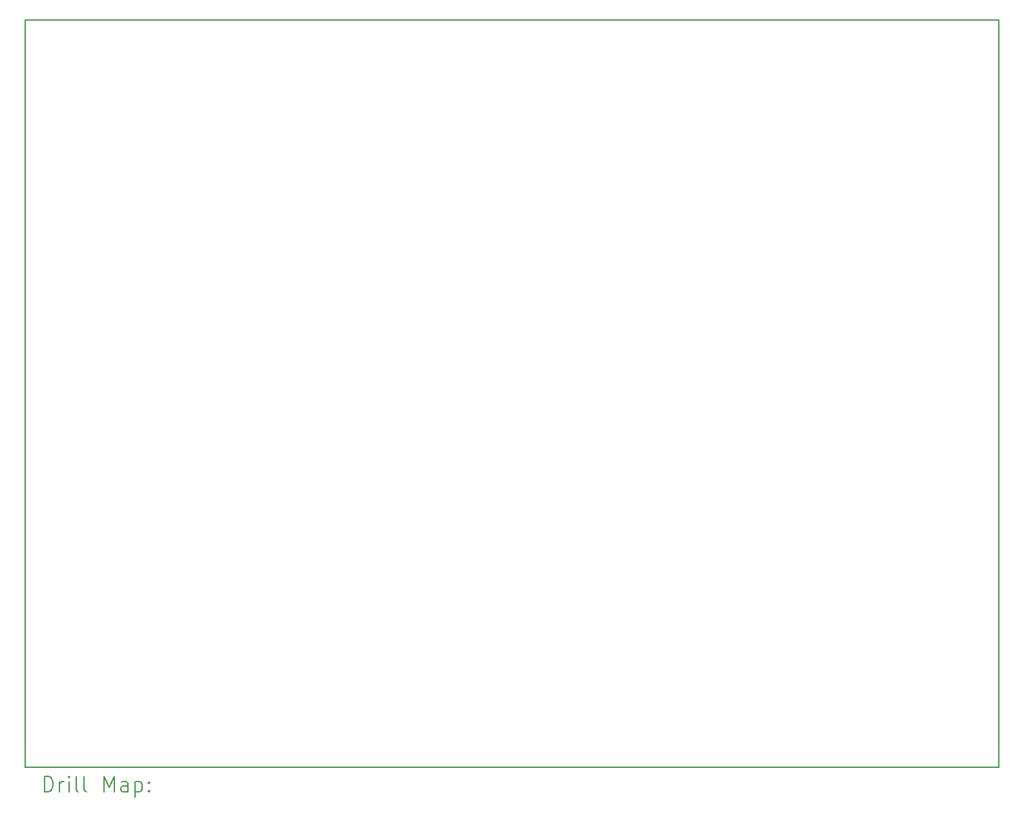
<source format=gbr>
%TF.GenerationSoftware,KiCad,Pcbnew,9.0.2*%
%TF.CreationDate,2025-07-03T22:37:57-04:00*%
%TF.ProjectId,Homebrew6502Project,486f6d65-6272-4657-9736-35303250726f,A*%
%TF.SameCoordinates,Original*%
%TF.FileFunction,Drillmap*%
%TF.FilePolarity,Positive*%
%FSLAX45Y45*%
G04 Gerber Fmt 4.5, Leading zero omitted, Abs format (unit mm)*
G04 Created by KiCad (PCBNEW 9.0.2) date 2025-07-03 22:37:57*
%MOMM*%
%LPD*%
G01*
G04 APERTURE LIST*
%ADD10C,0.200000*%
G04 APERTURE END LIST*
D10*
X7960000Y-5283220D02*
X20723500Y-5283220D01*
X20723500Y-15080000D01*
X7960000Y-15080000D01*
X7960000Y-5283220D01*
X8210777Y-15401484D02*
X8210777Y-15201484D01*
X8210777Y-15201484D02*
X8258396Y-15201484D01*
X8258396Y-15201484D02*
X8286967Y-15211008D01*
X8286967Y-15211008D02*
X8306015Y-15230055D01*
X8306015Y-15230055D02*
X8315539Y-15249103D01*
X8315539Y-15249103D02*
X8325062Y-15287198D01*
X8325062Y-15287198D02*
X8325062Y-15315769D01*
X8325062Y-15315769D02*
X8315539Y-15353865D01*
X8315539Y-15353865D02*
X8306015Y-15372912D01*
X8306015Y-15372912D02*
X8286967Y-15391960D01*
X8286967Y-15391960D02*
X8258396Y-15401484D01*
X8258396Y-15401484D02*
X8210777Y-15401484D01*
X8410777Y-15401484D02*
X8410777Y-15268150D01*
X8410777Y-15306246D02*
X8420301Y-15287198D01*
X8420301Y-15287198D02*
X8429824Y-15277674D01*
X8429824Y-15277674D02*
X8448872Y-15268150D01*
X8448872Y-15268150D02*
X8467920Y-15268150D01*
X8534586Y-15401484D02*
X8534586Y-15268150D01*
X8534586Y-15201484D02*
X8525063Y-15211008D01*
X8525063Y-15211008D02*
X8534586Y-15220531D01*
X8534586Y-15220531D02*
X8544110Y-15211008D01*
X8544110Y-15211008D02*
X8534586Y-15201484D01*
X8534586Y-15201484D02*
X8534586Y-15220531D01*
X8658396Y-15401484D02*
X8639348Y-15391960D01*
X8639348Y-15391960D02*
X8629824Y-15372912D01*
X8629824Y-15372912D02*
X8629824Y-15201484D01*
X8763158Y-15401484D02*
X8744110Y-15391960D01*
X8744110Y-15391960D02*
X8734586Y-15372912D01*
X8734586Y-15372912D02*
X8734586Y-15201484D01*
X8991729Y-15401484D02*
X8991729Y-15201484D01*
X8991729Y-15201484D02*
X9058396Y-15344341D01*
X9058396Y-15344341D02*
X9125063Y-15201484D01*
X9125063Y-15201484D02*
X9125063Y-15401484D01*
X9306015Y-15401484D02*
X9306015Y-15296722D01*
X9306015Y-15296722D02*
X9296491Y-15277674D01*
X9296491Y-15277674D02*
X9277444Y-15268150D01*
X9277444Y-15268150D02*
X9239348Y-15268150D01*
X9239348Y-15268150D02*
X9220301Y-15277674D01*
X9306015Y-15391960D02*
X9286967Y-15401484D01*
X9286967Y-15401484D02*
X9239348Y-15401484D01*
X9239348Y-15401484D02*
X9220301Y-15391960D01*
X9220301Y-15391960D02*
X9210777Y-15372912D01*
X9210777Y-15372912D02*
X9210777Y-15353865D01*
X9210777Y-15353865D02*
X9220301Y-15334817D01*
X9220301Y-15334817D02*
X9239348Y-15325293D01*
X9239348Y-15325293D02*
X9286967Y-15325293D01*
X9286967Y-15325293D02*
X9306015Y-15315769D01*
X9401253Y-15268150D02*
X9401253Y-15468150D01*
X9401253Y-15277674D02*
X9420301Y-15268150D01*
X9420301Y-15268150D02*
X9458396Y-15268150D01*
X9458396Y-15268150D02*
X9477444Y-15277674D01*
X9477444Y-15277674D02*
X9486967Y-15287198D01*
X9486967Y-15287198D02*
X9496491Y-15306246D01*
X9496491Y-15306246D02*
X9496491Y-15363388D01*
X9496491Y-15363388D02*
X9486967Y-15382436D01*
X9486967Y-15382436D02*
X9477444Y-15391960D01*
X9477444Y-15391960D02*
X9458396Y-15401484D01*
X9458396Y-15401484D02*
X9420301Y-15401484D01*
X9420301Y-15401484D02*
X9401253Y-15391960D01*
X9582205Y-15382436D02*
X9591729Y-15391960D01*
X9591729Y-15391960D02*
X9582205Y-15401484D01*
X9582205Y-15401484D02*
X9572682Y-15391960D01*
X9572682Y-15391960D02*
X9582205Y-15382436D01*
X9582205Y-15382436D02*
X9582205Y-15401484D01*
X9582205Y-15277674D02*
X9591729Y-15287198D01*
X9591729Y-15287198D02*
X9582205Y-15296722D01*
X9582205Y-15296722D02*
X9572682Y-15287198D01*
X9572682Y-15287198D02*
X9582205Y-15277674D01*
X9582205Y-15277674D02*
X9582205Y-15296722D01*
M02*

</source>
